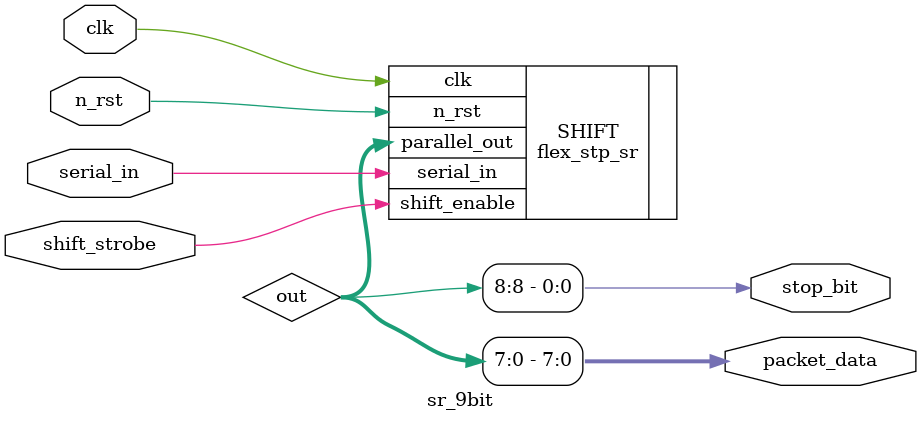
<source format=sv>

module sr_9bit
(
	input wire clk,
	input wire n_rst,
	input wire shift_strobe,
	input wire serial_in,
	output reg [7:0] packet_data,
	output reg stop_bit
);

reg [8:0] out;

flex_stp_sr #(.NUM_BITS(9), .SHIFT_MSB(0)) SHIFT (.clk(clk), .n_rst(n_rst), .serial_in(serial_in), .shift_enable(shift_strobe), .parallel_out(out));

always_comb
begin
	packet_data = out[7:0];
	stop_bit = out[8];
end
endmodule


</source>
